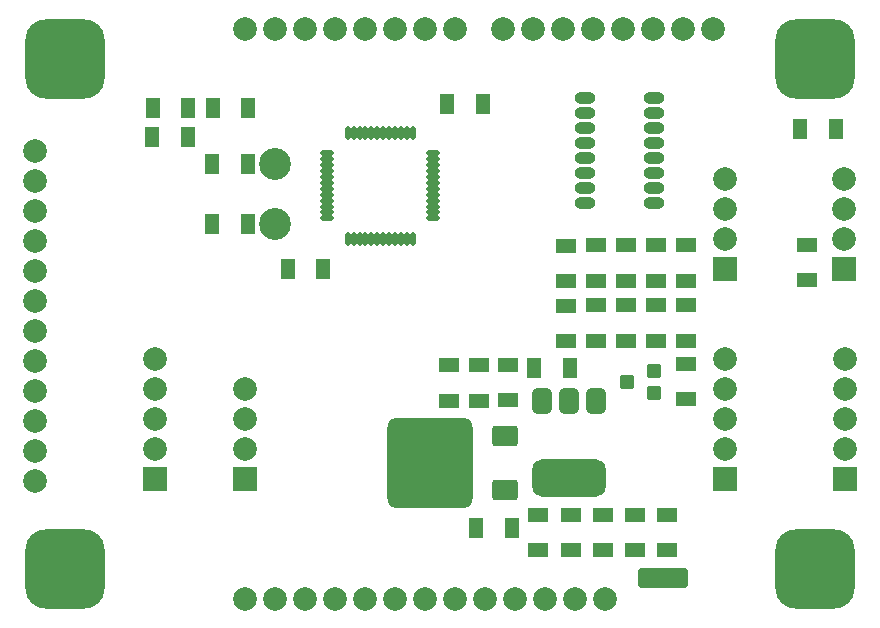
<source format=gbs>
G04 Layer_Color=16711935*
%FSLAX44Y44*%
%MOMM*%
G71*
G01*
G75*
%ADD38R,1.8032X1.2032*%
G04:AMPARAMS|DCode=40|XSize=1.7032mm|YSize=2.2032mm|CornerRadius=0.4766mm|HoleSize=0mm|Usage=FLASHONLY|Rotation=0.000|XOffset=0mm|YOffset=0mm|HoleType=Round|Shape=RoundedRectangle|*
%AMROUNDEDRECTD40*
21,1,1.7032,1.2500,0,0,0.0*
21,1,0.7500,2.2032,0,0,0.0*
1,1,0.9532,0.3750,-0.6250*
1,1,0.9532,-0.3750,-0.6250*
1,1,0.9532,-0.3750,0.6250*
1,1,0.9532,0.3750,0.6250*
%
%ADD40ROUNDEDRECTD40*%
G04:AMPARAMS|DCode=41|XSize=6.2032mm|YSize=3.2032mm|CornerRadius=0.8516mm|HoleSize=0mm|Usage=FLASHONLY|Rotation=0.000|XOffset=0mm|YOffset=0mm|HoleType=Round|Shape=RoundedRectangle|*
%AMROUNDEDRECTD41*
21,1,6.2032,1.5000,0,0,0.0*
21,1,4.5000,3.2032,0,0,0.0*
1,1,1.7032,2.2500,-0.7500*
1,1,1.7032,-2.2500,-0.7500*
1,1,1.7032,-2.2500,0.7500*
1,1,1.7032,2.2500,0.7500*
%
%ADD41ROUNDEDRECTD41*%
%ADD42R,1.2032X1.8032*%
%ADD45C,2.7032*%
%ADD46R,2.0032X2.0032*%
%ADD47C,2.0032*%
G04:AMPARAMS|DCode=48|XSize=6.7032mm|YSize=6.7032mm|CornerRadius=1.7266mm|HoleSize=0mm|Usage=FLASHONLY|Rotation=0.000|XOffset=0mm|YOffset=0mm|HoleType=Round|Shape=RoundedRectangle|*
%AMROUNDEDRECTD48*
21,1,6.7032,3.2500,0,0,0.0*
21,1,3.2500,6.7032,0,0,0.0*
1,1,3.4532,1.6250,-1.6250*
1,1,3.4532,-1.6250,-1.6250*
1,1,3.4532,-1.6250,1.6250*
1,1,3.4532,1.6250,1.6250*
%
%ADD48ROUNDEDRECTD48*%
%ADD50C,1.4032*%
G04:AMPARAMS|DCode=52|XSize=1.2032mm|YSize=0.4532mm|CornerRadius=0.1641mm|HoleSize=0mm|Usage=FLASHONLY|Rotation=270.000|XOffset=0mm|YOffset=0mm|HoleType=Round|Shape=RoundedRectangle|*
%AMROUNDEDRECTD52*
21,1,1.2032,0.1250,0,0,270.0*
21,1,0.8750,0.4532,0,0,270.0*
1,1,0.3282,-0.0625,-0.4375*
1,1,0.3282,-0.0625,0.4375*
1,1,0.3282,0.0625,0.4375*
1,1,0.3282,0.0625,-0.4375*
%
%ADD52ROUNDEDRECTD52*%
G04:AMPARAMS|DCode=53|XSize=1.2032mm|YSize=0.4532mm|CornerRadius=0.1641mm|HoleSize=0mm|Usage=FLASHONLY|Rotation=0.000|XOffset=0mm|YOffset=0mm|HoleType=Round|Shape=RoundedRectangle|*
%AMROUNDEDRECTD53*
21,1,1.2032,0.1250,0,0,0.0*
21,1,0.8750,0.4532,0,0,0.0*
1,1,0.3282,0.4375,-0.0625*
1,1,0.3282,-0.4375,-0.0625*
1,1,0.3282,-0.4375,0.0625*
1,1,0.3282,0.4375,0.0625*
%
%ADD53ROUNDEDRECTD53*%
G04:AMPARAMS|DCode=54|XSize=1.2032mm|YSize=1.2032mm|CornerRadius=0.2016mm|HoleSize=0mm|Usage=FLASHONLY|Rotation=270.000|XOffset=0mm|YOffset=0mm|HoleType=Round|Shape=RoundedRectangle|*
%AMROUNDEDRECTD54*
21,1,1.2032,0.8000,0,0,270.0*
21,1,0.8000,1.2032,0,0,270.0*
1,1,0.4032,-0.4000,-0.4000*
1,1,0.4032,-0.4000,0.4000*
1,1,0.4032,0.4000,0.4000*
1,1,0.4032,0.4000,-0.4000*
%
%ADD54ROUNDEDRECTD54*%
G04:AMPARAMS|DCode=55|XSize=1.7032mm|YSize=4.2032mm|CornerRadius=0.2516mm|HoleSize=0mm|Usage=FLASHONLY|Rotation=270.000|XOffset=0mm|YOffset=0mm|HoleType=Round|Shape=RoundedRectangle|*
%AMROUNDEDRECTD55*
21,1,1.7032,3.7000,0,0,270.0*
21,1,1.2000,4.2032,0,0,270.0*
1,1,0.5032,-1.8500,-0.6000*
1,1,0.5032,-1.8500,0.6000*
1,1,0.5032,1.8500,0.6000*
1,1,0.5032,1.8500,-0.6000*
%
%ADD55ROUNDEDRECTD55*%
G04:AMPARAMS|DCode=56|XSize=1.7032mm|YSize=2.2032mm|CornerRadius=0.2516mm|HoleSize=0mm|Usage=FLASHONLY|Rotation=90.000|XOffset=0mm|YOffset=0mm|HoleType=Round|Shape=RoundedRectangle|*
%AMROUNDEDRECTD56*
21,1,1.7032,1.7000,0,0,90.0*
21,1,1.2000,2.2032,0,0,90.0*
1,1,0.5032,0.8500,0.6000*
1,1,0.5032,0.8500,-0.6000*
1,1,0.5032,-0.8500,-0.6000*
1,1,0.5032,-0.8500,0.6000*
%
%ADD56ROUNDEDRECTD56*%
G04:AMPARAMS|DCode=57|XSize=7.7032mm|YSize=7.2032mm|CornerRadius=0.8016mm|HoleSize=0mm|Usage=FLASHONLY|Rotation=90.000|XOffset=0mm|YOffset=0mm|HoleType=Round|Shape=RoundedRectangle|*
%AMROUNDEDRECTD57*
21,1,7.7032,5.6000,0,0,90.0*
21,1,6.1000,7.2032,0,0,90.0*
1,1,1.6032,2.8000,3.0500*
1,1,1.6032,2.8000,-3.0500*
1,1,1.6032,-2.8000,-3.0500*
1,1,1.6032,-2.8000,3.0500*
%
%ADD57ROUNDEDRECTD57*%
%ADD58O,1.8032X1.0032*%
D38*
X678942Y296672D02*
D03*
Y326672D02*
D03*
X474980Y245110D02*
D03*
Y275110D02*
D03*
X525780Y296150D02*
D03*
Y326150D02*
D03*
X500380Y275350D02*
D03*
Y245350D02*
D03*
X525780D02*
D03*
Y275350D02*
D03*
X551180Y245350D02*
D03*
Y275350D02*
D03*
X576580Y245350D02*
D03*
Y275350D02*
D03*
X551180Y296150D02*
D03*
Y326150D02*
D03*
X576580Y296150D02*
D03*
Y326150D02*
D03*
X474980Y295910D02*
D03*
Y325910D02*
D03*
X576580Y226074D02*
D03*
Y196074D02*
D03*
X401320Y224550D02*
D03*
Y194550D02*
D03*
X506222Y68058D02*
D03*
Y98058D02*
D03*
X533400Y67804D02*
D03*
Y97804D02*
D03*
X451358Y67804D02*
D03*
Y97804D02*
D03*
X479298Y67804D02*
D03*
Y97804D02*
D03*
X376174Y224550D02*
D03*
Y194550D02*
D03*
X425958Y194804D02*
D03*
Y224804D02*
D03*
X560324Y67804D02*
D03*
Y97804D02*
D03*
X500380Y296150D02*
D03*
Y326150D02*
D03*
D40*
X500714Y194056D02*
D03*
X454914D02*
D03*
X477814D02*
D03*
D41*
Y129056D02*
D03*
D42*
X175500Y344170D02*
D03*
X205500D02*
D03*
X175500Y394970D02*
D03*
X205500D02*
D03*
X404636Y445516D02*
D03*
X374636D02*
D03*
X239240Y306070D02*
D03*
X269240D02*
D03*
X124700Y417576D02*
D03*
X154700D02*
D03*
X154940Y442722D02*
D03*
X124940D02*
D03*
X176008D02*
D03*
X206008D02*
D03*
X703340Y424942D02*
D03*
X673340D02*
D03*
X478296Y221996D02*
D03*
X448296D02*
D03*
X399006Y86614D02*
D03*
X429006D02*
D03*
D45*
X228600Y394770D02*
D03*
Y344370D02*
D03*
D46*
X203200Y128270D02*
D03*
X127000D02*
D03*
X710800Y306070D02*
D03*
X609600Y128270D02*
D03*
X711200D02*
D03*
X609600Y306070D02*
D03*
D47*
X203200Y153670D02*
D03*
Y179070D02*
D03*
Y204470D02*
D03*
X127000Y153670D02*
D03*
Y179070D02*
D03*
Y204470D02*
D03*
Y229870D02*
D03*
X710800Y382270D02*
D03*
Y356870D02*
D03*
Y331470D02*
D03*
X609600Y153670D02*
D03*
Y179070D02*
D03*
Y204470D02*
D03*
Y229870D02*
D03*
X711200Y153670D02*
D03*
Y179070D02*
D03*
Y204470D02*
D03*
Y229870D02*
D03*
X609600Y382270D02*
D03*
Y356870D02*
D03*
Y331470D02*
D03*
X25400Y254000D02*
D03*
Y279400D02*
D03*
Y304800D02*
D03*
Y330200D02*
D03*
Y355600D02*
D03*
Y228600D02*
D03*
Y203200D02*
D03*
Y177800D02*
D03*
Y152400D02*
D03*
Y127000D02*
D03*
Y381000D02*
D03*
Y406400D02*
D03*
X548640Y509270D02*
D03*
X574040D02*
D03*
X599440D02*
D03*
X523240D02*
D03*
X497840D02*
D03*
X472440D02*
D03*
X447040D02*
D03*
X421640D02*
D03*
X330200D02*
D03*
X355600D02*
D03*
X381000D02*
D03*
X304800D02*
D03*
X279400D02*
D03*
X254000D02*
D03*
X228600D02*
D03*
X203200D02*
D03*
X330200Y26670D02*
D03*
X355600D02*
D03*
X381000D02*
D03*
X406400D02*
D03*
X431800D02*
D03*
X304800D02*
D03*
X279400D02*
D03*
X254000D02*
D03*
X228600D02*
D03*
X203200D02*
D03*
X457200D02*
D03*
X508000D02*
D03*
X482600D02*
D03*
D48*
X685800Y52070D02*
D03*
X50800D02*
D03*
X685800Y483870D02*
D03*
X50800D02*
D03*
D50*
X570230Y44196D02*
D03*
D52*
X295200Y421470D02*
D03*
X290200D02*
D03*
X310200D02*
D03*
X305200D02*
D03*
X300200D02*
D03*
X335200D02*
D03*
X340200D02*
D03*
X345200D02*
D03*
X325200D02*
D03*
X330200D02*
D03*
X320200D02*
D03*
X315200D02*
D03*
Y331470D02*
D03*
X320200D02*
D03*
X330200D02*
D03*
X325200D02*
D03*
X345200D02*
D03*
X340200D02*
D03*
X335200D02*
D03*
X300200D02*
D03*
X305200D02*
D03*
X310200D02*
D03*
X290200D02*
D03*
X295200D02*
D03*
D53*
X362700Y373970D02*
D03*
Y378970D02*
D03*
Y388970D02*
D03*
Y383970D02*
D03*
Y403970D02*
D03*
Y398970D02*
D03*
Y393970D02*
D03*
Y358970D02*
D03*
Y363970D02*
D03*
Y368970D02*
D03*
Y348970D02*
D03*
Y353970D02*
D03*
X272700D02*
D03*
Y348970D02*
D03*
Y368970D02*
D03*
Y363970D02*
D03*
Y358970D02*
D03*
Y393970D02*
D03*
Y398970D02*
D03*
Y403970D02*
D03*
Y383970D02*
D03*
Y388970D02*
D03*
Y378970D02*
D03*
Y373970D02*
D03*
D54*
X526542Y210566D02*
D03*
X549656Y219964D02*
D03*
Y201168D02*
D03*
D55*
X557022Y44176D02*
D03*
D56*
X423672Y119126D02*
D03*
Y164846D02*
D03*
D57*
X360172Y141986D02*
D03*
D58*
X490696Y361962D02*
D03*
Y374662D02*
D03*
Y387362D02*
D03*
Y400062D02*
D03*
X549196Y361912D02*
D03*
Y374662D02*
D03*
Y387362D02*
D03*
Y400062D02*
D03*
Y451062D02*
D03*
Y438362D02*
D03*
Y425662D02*
D03*
Y412912D02*
D03*
X490696Y451062D02*
D03*
Y438362D02*
D03*
Y425662D02*
D03*
Y412962D02*
D03*
M02*

</source>
